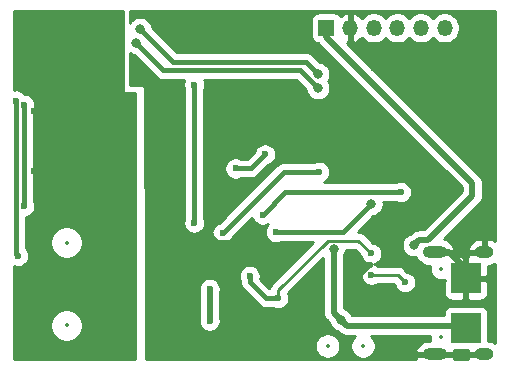
<source format=gbr>
%TF.GenerationSoftware,KiCad,Pcbnew,(5.1.8)-1*%
%TF.CreationDate,2021-11-13T22:26:41+08:00*%
%TF.ProjectId,wifiaudiorx,77696669-6175-4646-996f-72782e6b6963,rev?*%
%TF.SameCoordinates,Original*%
%TF.FileFunction,Copper,L2,Bot*%
%TF.FilePolarity,Positive*%
%FSLAX46Y46*%
G04 Gerber Fmt 4.6, Leading zero omitted, Abs format (unit mm)*
G04 Created by KiCad (PCBNEW (5.1.8)-1) date 2021-11-13 22:26:41*
%MOMM*%
%LPD*%
G01*
G04 APERTURE LIST*
%TA.AperFunction,ComponentPad*%
%ADD10O,1.350000X1.350000*%
%TD*%
%TA.AperFunction,ComponentPad*%
%ADD11R,1.350000X1.350000*%
%TD*%
%TA.AperFunction,ComponentPad*%
%ADD12O,2.100000X1.000000*%
%TD*%
%TA.AperFunction,ComponentPad*%
%ADD13O,1.600000X1.000000*%
%TD*%
%TA.AperFunction,SMDPad,CuDef*%
%ADD14R,2.500000X2.500000*%
%TD*%
%TA.AperFunction,ViaPad*%
%ADD15C,0.600000*%
%TD*%
%TA.AperFunction,ViaPad*%
%ADD16C,0.800000*%
%TD*%
%TA.AperFunction,Conductor*%
%ADD17C,0.500000*%
%TD*%
%TA.AperFunction,Conductor*%
%ADD18C,0.400000*%
%TD*%
%TA.AperFunction,Conductor*%
%ADD19C,0.250000*%
%TD*%
%TA.AperFunction,Conductor*%
%ADD20C,0.254000*%
%TD*%
%TA.AperFunction,Conductor*%
%ADD21C,0.350000*%
%TD*%
%ADD22C,0.300000*%
%ADD23C,0.350000*%
%ADD24O,1.700000X0.600000*%
%ADD25O,1.200000X0.600000*%
G04 APERTURE END LIST*
D10*
%TO.P,J8,6*%
%TO.N,TXD*%
X127100000Y-101300000D03*
%TO.P,J8,5*%
%TO.N,RXD*%
X125100000Y-101300000D03*
%TO.P,J8,4*%
%TO.N,IO0*%
X123100000Y-101300000D03*
%TO.P,J8,3*%
%TO.N,EN*%
X121100000Y-101300000D03*
%TO.P,J8,2*%
%TO.N,GND*%
X119100000Y-101300000D03*
D11*
%TO.P,J8,1*%
%TO.N,+5V*%
X117100000Y-101300000D03*
%TD*%
D12*
%TO.P,J6,S1*%
%TO.N,GND*%
X126270000Y-120280000D03*
X126270000Y-128920000D03*
D13*
X130450000Y-128920000D03*
X130450000Y-120280000D03*
%TD*%
D14*
%TO.P,J5,1*%
%TO.N,GND*%
X128900000Y-122500000D03*
%TD*%
%TO.P,J4,1*%
%TO.N,BAT*%
X128900000Y-126700000D03*
%TD*%
D15*
%TO.N,+3V3*%
X107200000Y-126100000D03*
X107200000Y-123400000D03*
X105899992Y-106100000D03*
X105899990Y-117800010D03*
%TO.N,OR*%
X91000000Y-120600000D03*
X90800007Y-107447087D03*
%TO.N,OL*%
X91500000Y-116400000D03*
X91516419Y-107803134D03*
%TO.N,Net-(J6-PadB5)*%
X123766171Y-122848864D03*
X120900000Y-122199988D03*
D16*
%TO.N,+5V*%
X124500000Y-119700000D03*
%TO.N,BAT*%
X118300000Y-126000000D03*
X117700004Y-120025010D03*
D15*
%TO.N,Net-(C4-Pad1)*%
X110599996Y-122300000D03*
X113000006Y-124200000D03*
X120894984Y-120395000D03*
%TO.N,IO0*%
X112800004Y-118600000D03*
D16*
X120900000Y-116200000D03*
%TO.N,Net-(R15-Pad2)*%
X101000000Y-102600000D03*
X116400000Y-106399992D03*
%TO.N,Net-(R16-Pad2)*%
X116400000Y-105200000D03*
X101300000Y-101400000D03*
D15*
%TO.N,ADC*%
X116500000Y-113500000D03*
X108300000Y-118674990D03*
%TO.N,DOUT*%
X109400000Y-113200000D03*
X111900000Y-112000000D03*
%TO.N,Net-(J7-Pad1)*%
X111700000Y-117100000D03*
X123400000Y-115200000D03*
%TO.N,GND*%
X121100000Y-104700000D03*
X120900000Y-123700000D03*
X120788388Y-121385999D03*
X110598744Y-126361759D03*
X103400000Y-127800002D03*
X107300000Y-118800000D03*
X111400000Y-119300002D03*
X105100000Y-100400000D03*
X108200000Y-103200000D03*
X102900000Y-109900000D03*
X104400000Y-114100000D03*
%TO.N,GNDA*%
X100100000Y-108600000D03*
X92300000Y-108300000D03*
X92300000Y-113400000D03*
%TD*%
D17*
%TO.N,+3V3*%
X107200000Y-126100000D02*
X107200000Y-123400000D01*
D18*
X105899992Y-106100000D02*
X105899992Y-117800008D01*
X105899992Y-117800008D02*
X105899990Y-117800010D01*
%TO.N,OR*%
X90800000Y-107447094D02*
X90800007Y-107447087D01*
X90800000Y-120400000D02*
X90800000Y-107447094D01*
X91000000Y-120600000D02*
X90800000Y-120400000D01*
%TO.N,OL*%
X91500000Y-116400000D02*
X91500000Y-107819553D01*
X91500000Y-107819553D02*
X91516419Y-107803134D01*
D19*
%TO.N,Net-(J6-PadB5)*%
X123117295Y-122199988D02*
X120900000Y-122199988D01*
X123766171Y-122848864D02*
X123117295Y-122199988D01*
D17*
%TO.N,+5V*%
X124949990Y-119250010D02*
X124500000Y-119700000D01*
X125707992Y-119250010D02*
X124949990Y-119250010D01*
X129450001Y-115508001D02*
X125707992Y-119250010D01*
X129450001Y-114439999D02*
X129450001Y-115508001D01*
X117100000Y-102089998D02*
X129450001Y-114439999D01*
X117100000Y-101300000D02*
X117100000Y-102089998D01*
%TO.N,BAT*%
X118800000Y-126500000D02*
X118300000Y-126000000D01*
X128700000Y-126500000D02*
X118800000Y-126500000D01*
X128900000Y-126700000D02*
X128700000Y-126500000D01*
X118300000Y-126000000D02*
X117700004Y-125400004D01*
X117700004Y-125400004D02*
X117700004Y-120025010D01*
D18*
%TO.N,Net-(C4-Pad1)*%
X112000000Y-124200000D02*
X113000006Y-124200000D01*
X110599996Y-122799996D02*
X112000000Y-124200000D01*
X110599996Y-122300000D02*
X110599996Y-122799996D01*
D19*
X119799984Y-119300000D02*
X120894984Y-120395000D01*
X117200000Y-119300000D02*
X119799984Y-119300000D01*
X113000006Y-123499994D02*
X117200000Y-119300000D01*
X113000006Y-124200000D02*
X113000006Y-123499994D01*
D18*
%TO.N,IO0*%
X112800004Y-118600000D02*
X118500000Y-118600000D01*
X118500000Y-118600000D02*
X120900000Y-116200000D01*
%TO.N,Net-(R15-Pad2)*%
X114900008Y-104900000D02*
X116400000Y-106399992D01*
X103300000Y-104900000D02*
X114900008Y-104900000D01*
X101000000Y-102600000D02*
X103300000Y-104900000D01*
%TO.N,Net-(R16-Pad2)*%
X104100000Y-104200000D02*
X101300000Y-101400000D01*
X115400000Y-104200000D02*
X104100000Y-104200000D01*
X116400000Y-105200000D02*
X115400000Y-104200000D01*
%TO.N,ADC*%
X113474990Y-113500000D02*
X108300000Y-118674990D01*
X116500000Y-113500000D02*
X113474990Y-113500000D01*
%TO.N,DOUT*%
X110700000Y-113200000D02*
X111900000Y-112000000D01*
X109400000Y-113200000D02*
X110700000Y-113200000D01*
%TO.N,Net-(J7-Pad1)*%
X111700000Y-117100000D02*
X113600000Y-115200000D01*
X113600000Y-115200000D02*
X123400000Y-115200000D01*
D17*
%TO.N,GND*%
X128900000Y-121700000D02*
X128900000Y-122500000D01*
X127480000Y-120280000D02*
X128900000Y-121700000D01*
X126270000Y-120280000D02*
X127480000Y-120280000D01*
D19*
X119999995Y-122174392D02*
X120788388Y-121385999D01*
X120900000Y-123700000D02*
X119999995Y-122799995D01*
X119999995Y-122799995D02*
X119999995Y-122174392D01*
X109160501Y-127800002D02*
X103400000Y-127800002D01*
X110598744Y-126361759D02*
X109160501Y-127800002D01*
X107800000Y-119300000D02*
X111399998Y-119300000D01*
X111399998Y-119300000D02*
X111400000Y-119300002D01*
X107300000Y-118800000D02*
X107800000Y-119300000D01*
%TD*%
D20*
%TO.N,GNDA*%
X99873000Y-106700000D02*
X99875440Y-106724776D01*
X99882667Y-106748601D01*
X99894403Y-106770557D01*
X99910197Y-106789803D01*
X99929443Y-106805597D01*
X99951399Y-106817333D01*
X99975224Y-106824560D01*
X100000000Y-106827000D01*
X100873000Y-106827000D01*
X100873000Y-129340000D01*
X90660000Y-129340000D01*
X90660000Y-126338589D01*
X93715000Y-126338589D01*
X93715000Y-126611411D01*
X93768225Y-126878989D01*
X93872629Y-127131043D01*
X94024201Y-127357886D01*
X94217114Y-127550799D01*
X94443957Y-127702371D01*
X94696011Y-127806775D01*
X94963589Y-127860000D01*
X95236411Y-127860000D01*
X95503989Y-127806775D01*
X95756043Y-127702371D01*
X95982886Y-127550799D01*
X96175799Y-127357886D01*
X96327371Y-127131043D01*
X96431775Y-126878989D01*
X96485000Y-126611411D01*
X96485000Y-126338589D01*
X96431775Y-126071011D01*
X96327371Y-125818957D01*
X96175799Y-125592114D01*
X95982886Y-125399201D01*
X95756043Y-125247629D01*
X95503989Y-125143225D01*
X95236411Y-125090000D01*
X94963589Y-125090000D01*
X94696011Y-125143225D01*
X94443957Y-125247629D01*
X94217114Y-125399201D01*
X94024201Y-125592114D01*
X93872629Y-125818957D01*
X93768225Y-126071011D01*
X93715000Y-126338589D01*
X90660000Y-126338589D01*
X90660000Y-121471204D01*
X90727271Y-121499068D01*
X90907911Y-121535000D01*
X91092089Y-121535000D01*
X91272729Y-121499068D01*
X91442889Y-121428586D01*
X91596028Y-121326262D01*
X91726262Y-121196028D01*
X91828586Y-121042889D01*
X91899068Y-120872729D01*
X91935000Y-120692089D01*
X91935000Y-120507911D01*
X91899068Y-120327271D01*
X91828586Y-120157111D01*
X91726262Y-120003972D01*
X91635000Y-119912710D01*
X91635000Y-119338589D01*
X93715000Y-119338589D01*
X93715000Y-119611411D01*
X93768225Y-119878989D01*
X93872629Y-120131043D01*
X94024201Y-120357886D01*
X94217114Y-120550799D01*
X94443957Y-120702371D01*
X94696011Y-120806775D01*
X94963589Y-120860000D01*
X95236411Y-120860000D01*
X95503989Y-120806775D01*
X95756043Y-120702371D01*
X95982886Y-120550799D01*
X96175799Y-120357886D01*
X96327371Y-120131043D01*
X96431775Y-119878989D01*
X96485000Y-119611411D01*
X96485000Y-119338589D01*
X96431775Y-119071011D01*
X96327371Y-118818957D01*
X96175799Y-118592114D01*
X95982886Y-118399201D01*
X95756043Y-118247629D01*
X95503989Y-118143225D01*
X95236411Y-118090000D01*
X94963589Y-118090000D01*
X94696011Y-118143225D01*
X94443957Y-118247629D01*
X94217114Y-118399201D01*
X94024201Y-118592114D01*
X93872629Y-118818957D01*
X93768225Y-119071011D01*
X93715000Y-119338589D01*
X91635000Y-119338589D01*
X91635000Y-117326464D01*
X91772729Y-117299068D01*
X91942889Y-117228586D01*
X92096028Y-117126262D01*
X92226262Y-116996028D01*
X92328586Y-116842889D01*
X92399068Y-116672729D01*
X92435000Y-116492089D01*
X92435000Y-116307911D01*
X92399068Y-116127271D01*
X92335000Y-115972596D01*
X92335000Y-108260997D01*
X92345005Y-108246023D01*
X92415487Y-108075863D01*
X92451419Y-107895223D01*
X92451419Y-107711045D01*
X92415487Y-107530405D01*
X92345005Y-107360245D01*
X92242681Y-107207106D01*
X92112447Y-107076872D01*
X91959308Y-106974548D01*
X91789148Y-106904066D01*
X91608508Y-106868134D01*
X91537678Y-106868134D01*
X91526269Y-106851059D01*
X91396035Y-106720825D01*
X91242896Y-106618501D01*
X91072736Y-106548019D01*
X90892096Y-106512087D01*
X90707918Y-106512087D01*
X90660000Y-106521619D01*
X90660000Y-99860000D01*
X99873000Y-99860000D01*
X99873000Y-106700000D01*
%TA.AperFunction,Conductor*%
D21*
G36*
X99873000Y-106700000D02*
G01*
X99875440Y-106724776D01*
X99882667Y-106748601D01*
X99894403Y-106770557D01*
X99910197Y-106789803D01*
X99929443Y-106805597D01*
X99951399Y-106817333D01*
X99975224Y-106824560D01*
X100000000Y-106827000D01*
X100873000Y-106827000D01*
X100873000Y-129340000D01*
X90660000Y-129340000D01*
X90660000Y-126338589D01*
X93715000Y-126338589D01*
X93715000Y-126611411D01*
X93768225Y-126878989D01*
X93872629Y-127131043D01*
X94024201Y-127357886D01*
X94217114Y-127550799D01*
X94443957Y-127702371D01*
X94696011Y-127806775D01*
X94963589Y-127860000D01*
X95236411Y-127860000D01*
X95503989Y-127806775D01*
X95756043Y-127702371D01*
X95982886Y-127550799D01*
X96175799Y-127357886D01*
X96327371Y-127131043D01*
X96431775Y-126878989D01*
X96485000Y-126611411D01*
X96485000Y-126338589D01*
X96431775Y-126071011D01*
X96327371Y-125818957D01*
X96175799Y-125592114D01*
X95982886Y-125399201D01*
X95756043Y-125247629D01*
X95503989Y-125143225D01*
X95236411Y-125090000D01*
X94963589Y-125090000D01*
X94696011Y-125143225D01*
X94443957Y-125247629D01*
X94217114Y-125399201D01*
X94024201Y-125592114D01*
X93872629Y-125818957D01*
X93768225Y-126071011D01*
X93715000Y-126338589D01*
X90660000Y-126338589D01*
X90660000Y-121471204D01*
X90727271Y-121499068D01*
X90907911Y-121535000D01*
X91092089Y-121535000D01*
X91272729Y-121499068D01*
X91442889Y-121428586D01*
X91596028Y-121326262D01*
X91726262Y-121196028D01*
X91828586Y-121042889D01*
X91899068Y-120872729D01*
X91935000Y-120692089D01*
X91935000Y-120507911D01*
X91899068Y-120327271D01*
X91828586Y-120157111D01*
X91726262Y-120003972D01*
X91635000Y-119912710D01*
X91635000Y-119338589D01*
X93715000Y-119338589D01*
X93715000Y-119611411D01*
X93768225Y-119878989D01*
X93872629Y-120131043D01*
X94024201Y-120357886D01*
X94217114Y-120550799D01*
X94443957Y-120702371D01*
X94696011Y-120806775D01*
X94963589Y-120860000D01*
X95236411Y-120860000D01*
X95503989Y-120806775D01*
X95756043Y-120702371D01*
X95982886Y-120550799D01*
X96175799Y-120357886D01*
X96327371Y-120131043D01*
X96431775Y-119878989D01*
X96485000Y-119611411D01*
X96485000Y-119338589D01*
X96431775Y-119071011D01*
X96327371Y-118818957D01*
X96175799Y-118592114D01*
X95982886Y-118399201D01*
X95756043Y-118247629D01*
X95503989Y-118143225D01*
X95236411Y-118090000D01*
X94963589Y-118090000D01*
X94696011Y-118143225D01*
X94443957Y-118247629D01*
X94217114Y-118399201D01*
X94024201Y-118592114D01*
X93872629Y-118818957D01*
X93768225Y-119071011D01*
X93715000Y-119338589D01*
X91635000Y-119338589D01*
X91635000Y-117326464D01*
X91772729Y-117299068D01*
X91942889Y-117228586D01*
X92096028Y-117126262D01*
X92226262Y-116996028D01*
X92328586Y-116842889D01*
X92399068Y-116672729D01*
X92435000Y-116492089D01*
X92435000Y-116307911D01*
X92399068Y-116127271D01*
X92335000Y-115972596D01*
X92335000Y-108260997D01*
X92345005Y-108246023D01*
X92415487Y-108075863D01*
X92451419Y-107895223D01*
X92451419Y-107711045D01*
X92415487Y-107530405D01*
X92345005Y-107360245D01*
X92242681Y-107207106D01*
X92112447Y-107076872D01*
X91959308Y-106974548D01*
X91789148Y-106904066D01*
X91608508Y-106868134D01*
X91537678Y-106868134D01*
X91526269Y-106851059D01*
X91396035Y-106720825D01*
X91242896Y-106618501D01*
X91072736Y-106548019D01*
X90892096Y-106512087D01*
X90707918Y-106512087D01*
X90660000Y-106521619D01*
X90660000Y-99860000D01*
X99873000Y-99860000D01*
X99873000Y-106700000D01*
G37*
%TD.AperFunction*%
%TD*%
D20*
%TO.N,GND*%
X131340001Y-119306345D02*
X131301678Y-119279997D01*
X131095987Y-119191585D01*
X130877000Y-119145000D01*
X130577000Y-119145000D01*
X130577000Y-120153000D01*
X130597000Y-120153000D01*
X130597000Y-120407000D01*
X130577000Y-120407000D01*
X130577000Y-120427000D01*
X130323000Y-120427000D01*
X130323000Y-120407000D01*
X129182046Y-120407000D01*
X129055881Y-120581874D01*
X129098839Y-120701911D01*
X129027000Y-120773750D01*
X129027000Y-122373000D01*
X130626250Y-122373000D01*
X130785000Y-122214250D01*
X130787546Y-121415000D01*
X130877000Y-121415000D01*
X131095987Y-121368415D01*
X131301678Y-121280003D01*
X131340001Y-121253655D01*
X131340001Y-127946345D01*
X131301678Y-127919997D01*
X131095987Y-127831585D01*
X130877000Y-127785000D01*
X130788072Y-127785000D01*
X130788072Y-125450000D01*
X130775812Y-125325518D01*
X130739502Y-125205820D01*
X130680537Y-125095506D01*
X130601185Y-124998815D01*
X130504494Y-124919463D01*
X130394180Y-124860498D01*
X130274482Y-124824188D01*
X130150000Y-124811928D01*
X127650000Y-124811928D01*
X127525518Y-124824188D01*
X127405820Y-124860498D01*
X127295506Y-124919463D01*
X127198815Y-124998815D01*
X127119463Y-125095506D01*
X127060498Y-125205820D01*
X127024188Y-125325518D01*
X127011928Y-125450000D01*
X127011928Y-125615000D01*
X119260804Y-125615000D01*
X119217205Y-125509744D01*
X119103937Y-125340226D01*
X118959774Y-125196063D01*
X118790256Y-125082795D01*
X118601898Y-125004774D01*
X118585004Y-125001414D01*
X118585004Y-120563464D01*
X118617209Y-120515266D01*
X118695230Y-120326908D01*
X118735004Y-120126949D01*
X118735004Y-120060000D01*
X119485183Y-120060000D01*
X119971831Y-120546649D01*
X119995916Y-120667729D01*
X120066398Y-120837889D01*
X120168722Y-120991028D01*
X120298956Y-121121262D01*
X120452095Y-121223586D01*
X120622255Y-121294068D01*
X120641986Y-121297993D01*
X120627271Y-121300920D01*
X120457111Y-121371402D01*
X120303972Y-121473726D01*
X120173738Y-121603960D01*
X120071414Y-121757099D01*
X120000932Y-121927259D01*
X119965000Y-122107899D01*
X119965000Y-122292077D01*
X120000932Y-122472717D01*
X120071414Y-122642877D01*
X120173738Y-122796016D01*
X120303972Y-122926250D01*
X120457111Y-123028574D01*
X120627271Y-123099056D01*
X120807911Y-123134988D01*
X120992089Y-123134988D01*
X121172729Y-123099056D01*
X121342889Y-123028574D01*
X121445535Y-122959988D01*
X122802494Y-122959988D01*
X122843018Y-123000513D01*
X122867103Y-123121593D01*
X122937585Y-123291753D01*
X123039909Y-123444892D01*
X123170143Y-123575126D01*
X123323282Y-123677450D01*
X123493442Y-123747932D01*
X123674082Y-123783864D01*
X123858260Y-123783864D01*
X124038900Y-123747932D01*
X124209060Y-123677450D01*
X124362199Y-123575126D01*
X124492433Y-123444892D01*
X124594757Y-123291753D01*
X124665239Y-123121593D01*
X124701171Y-122940953D01*
X124701171Y-122756775D01*
X124665239Y-122576135D01*
X124594757Y-122405975D01*
X124492433Y-122252836D01*
X124362199Y-122122602D01*
X124209060Y-122020278D01*
X124038900Y-121949796D01*
X123917820Y-121925711D01*
X123681098Y-121688990D01*
X123657296Y-121659987D01*
X123541571Y-121565014D01*
X123409542Y-121494442D01*
X123266281Y-121450985D01*
X123154628Y-121439988D01*
X123154617Y-121439988D01*
X123117295Y-121436312D01*
X123079973Y-121439988D01*
X121445535Y-121439988D01*
X121342889Y-121371402D01*
X121172729Y-121300920D01*
X121152998Y-121296995D01*
X121167713Y-121294068D01*
X121337873Y-121223586D01*
X121491012Y-121121262D01*
X121621246Y-120991028D01*
X121723570Y-120837889D01*
X121794052Y-120667729D01*
X121829984Y-120487089D01*
X121829984Y-120302911D01*
X121794052Y-120122271D01*
X121723570Y-119952111D01*
X121621246Y-119798972D01*
X121491012Y-119668738D01*
X121337873Y-119566414D01*
X121167713Y-119495932D01*
X121046633Y-119471847D01*
X120363788Y-118789002D01*
X120339985Y-118759999D01*
X120224260Y-118665026D01*
X120092231Y-118594454D01*
X119948970Y-118550997D01*
X119837317Y-118540000D01*
X119837306Y-118540000D01*
X119799984Y-118536324D01*
X119762662Y-118540000D01*
X119740868Y-118540000D01*
X121056776Y-117224092D01*
X121201898Y-117195226D01*
X121390256Y-117117205D01*
X121559774Y-117003937D01*
X121703937Y-116859774D01*
X121817205Y-116690256D01*
X121895226Y-116501898D01*
X121935000Y-116301939D01*
X121935000Y-116098061D01*
X121922456Y-116035000D01*
X122972596Y-116035000D01*
X123127271Y-116099068D01*
X123307911Y-116135000D01*
X123492089Y-116135000D01*
X123672729Y-116099068D01*
X123842889Y-116028586D01*
X123996028Y-115926262D01*
X124126262Y-115796028D01*
X124228586Y-115642889D01*
X124299068Y-115472729D01*
X124335000Y-115292089D01*
X124335000Y-115107911D01*
X124299068Y-114927271D01*
X124228586Y-114757111D01*
X124126262Y-114603972D01*
X123996028Y-114473738D01*
X123842889Y-114371414D01*
X123672729Y-114300932D01*
X123492089Y-114265000D01*
X123307911Y-114265000D01*
X123127271Y-114300932D01*
X122972596Y-114365000D01*
X116854977Y-114365000D01*
X116942889Y-114328586D01*
X117096028Y-114226262D01*
X117226262Y-114096028D01*
X117328586Y-113942889D01*
X117399068Y-113772729D01*
X117435000Y-113592089D01*
X117435000Y-113407911D01*
X117399068Y-113227271D01*
X117328586Y-113057111D01*
X117226262Y-112903972D01*
X117096028Y-112773738D01*
X116942889Y-112671414D01*
X116772729Y-112600932D01*
X116592089Y-112565000D01*
X116407911Y-112565000D01*
X116227271Y-112600932D01*
X116072596Y-112665000D01*
X113516008Y-112665000D01*
X113474989Y-112660960D01*
X113433971Y-112665000D01*
X113311301Y-112677082D01*
X113153903Y-112724828D01*
X113008844Y-112802364D01*
X112881699Y-112906709D01*
X112855549Y-112938573D01*
X108011788Y-117782335D01*
X107857111Y-117846404D01*
X107703972Y-117948728D01*
X107573738Y-118078962D01*
X107471414Y-118232101D01*
X107400932Y-118402261D01*
X107365000Y-118582901D01*
X107365000Y-118767079D01*
X107400932Y-118947719D01*
X107471414Y-119117879D01*
X107573738Y-119271018D01*
X107703972Y-119401252D01*
X107857111Y-119503576D01*
X108027271Y-119574058D01*
X108207911Y-119609990D01*
X108392089Y-119609990D01*
X108572729Y-119574058D01*
X108742889Y-119503576D01*
X108896028Y-119401252D01*
X109026262Y-119271018D01*
X109128586Y-119117879D01*
X109192655Y-118963202D01*
X110797978Y-117357879D01*
X110800932Y-117372729D01*
X110871414Y-117542889D01*
X110973738Y-117696028D01*
X111103972Y-117826262D01*
X111257111Y-117928586D01*
X111427271Y-117999068D01*
X111607911Y-118035000D01*
X111792089Y-118035000D01*
X111972729Y-117999068D01*
X112142889Y-117928586D01*
X112161691Y-117916023D01*
X112073742Y-118003972D01*
X111971418Y-118157111D01*
X111900936Y-118327271D01*
X111865004Y-118507911D01*
X111865004Y-118692089D01*
X111900936Y-118872729D01*
X111971418Y-119042889D01*
X112073742Y-119196028D01*
X112203976Y-119326262D01*
X112357115Y-119428586D01*
X112527275Y-119499068D01*
X112707915Y-119535000D01*
X112892093Y-119535000D01*
X113072733Y-119499068D01*
X113227408Y-119435000D01*
X115990197Y-119435000D01*
X112489004Y-122936195D01*
X112460006Y-122959993D01*
X112436208Y-122988991D01*
X112436207Y-122988992D01*
X112365032Y-123075718D01*
X112294460Y-123207748D01*
X112288769Y-123226510D01*
X112269826Y-123288957D01*
X111508112Y-122527244D01*
X111534996Y-122392089D01*
X111534996Y-122207911D01*
X111499064Y-122027271D01*
X111428582Y-121857111D01*
X111326258Y-121703972D01*
X111196024Y-121573738D01*
X111042885Y-121471414D01*
X110872725Y-121400932D01*
X110692085Y-121365000D01*
X110507907Y-121365000D01*
X110327267Y-121400932D01*
X110157107Y-121471414D01*
X110003968Y-121573738D01*
X109873734Y-121703972D01*
X109771410Y-121857111D01*
X109700928Y-122027271D01*
X109664996Y-122207911D01*
X109664996Y-122392089D01*
X109700928Y-122572729D01*
X109764996Y-122727404D01*
X109764996Y-122758978D01*
X109760956Y-122799996D01*
X109764996Y-122841014D01*
X109764996Y-122841015D01*
X109777078Y-122963685D01*
X109824824Y-123121083D01*
X109825097Y-123121593D01*
X109901751Y-123265000D01*
X109902361Y-123266142D01*
X110006706Y-123393287D01*
X110038570Y-123419437D01*
X111380563Y-124761432D01*
X111406709Y-124793291D01*
X111533854Y-124897636D01*
X111678913Y-124975172D01*
X111836311Y-125022918D01*
X111958981Y-125035000D01*
X111958982Y-125035000D01*
X112000000Y-125039040D01*
X112041018Y-125035000D01*
X112572602Y-125035000D01*
X112727277Y-125099068D01*
X112907917Y-125135000D01*
X113092095Y-125135000D01*
X113272735Y-125099068D01*
X113442895Y-125028586D01*
X113596034Y-124926262D01*
X113726268Y-124796028D01*
X113828592Y-124642889D01*
X113899074Y-124472729D01*
X113935006Y-124292089D01*
X113935006Y-124107911D01*
X113899074Y-123927271D01*
X113828592Y-123757111D01*
X113824225Y-123750576D01*
X116815005Y-120759798D01*
X116815004Y-125356535D01*
X116810723Y-125400004D01*
X116815004Y-125443473D01*
X116815004Y-125443480D01*
X116826216Y-125557318D01*
X116827809Y-125573494D01*
X116840400Y-125615000D01*
X116878415Y-125740316D01*
X116960593Y-125894062D01*
X117071187Y-126028821D01*
X117104960Y-126056538D01*
X117293465Y-126245043D01*
X117304774Y-126301898D01*
X117382795Y-126490256D01*
X117496063Y-126659774D01*
X117640226Y-126803937D01*
X117809744Y-126917205D01*
X117998102Y-126995226D01*
X118054957Y-127006535D01*
X118143466Y-127095044D01*
X118171183Y-127128817D01*
X118305941Y-127239411D01*
X118459687Y-127321589D01*
X118626510Y-127372195D01*
X118756523Y-127385000D01*
X118756531Y-127385000D01*
X118800000Y-127389281D01*
X118843469Y-127385000D01*
X119511683Y-127385000D01*
X119508353Y-127387225D01*
X119357225Y-127538353D01*
X119238485Y-127716060D01*
X119156696Y-127913517D01*
X119115000Y-128123137D01*
X119115000Y-128336863D01*
X119156696Y-128546483D01*
X119238485Y-128743940D01*
X119357225Y-128921647D01*
X119508353Y-129072775D01*
X119686060Y-129191515D01*
X119883517Y-129273304D01*
X120093137Y-129315000D01*
X120306863Y-129315000D01*
X120516483Y-129273304D01*
X120713940Y-129191515D01*
X120891647Y-129072775D01*
X121042775Y-128921647D01*
X121161515Y-128743940D01*
X121243304Y-128546483D01*
X121285000Y-128336863D01*
X121285000Y-128123137D01*
X121243304Y-127913517D01*
X121161515Y-127716060D01*
X121042775Y-127538353D01*
X120891647Y-127387225D01*
X120888317Y-127385000D01*
X125842078Y-127385000D01*
X125840000Y-127395448D01*
X125840000Y-127584552D01*
X125876892Y-127770022D01*
X125883096Y-127785000D01*
X125593000Y-127785000D01*
X125374013Y-127831585D01*
X125168322Y-127919997D01*
X124983831Y-128046839D01*
X124827631Y-128207236D01*
X124705724Y-128395024D01*
X124625881Y-128618126D01*
X124752046Y-128793000D01*
X126143000Y-128793000D01*
X126143000Y-128773000D01*
X126397000Y-128773000D01*
X126397000Y-128793000D01*
X127787954Y-128793000D01*
X127914119Y-128618126D01*
X127903363Y-128588072D01*
X129066637Y-128588072D01*
X129055881Y-128618126D01*
X129182046Y-128793000D01*
X130323000Y-128793000D01*
X130323000Y-128773000D01*
X130577000Y-128773000D01*
X130577000Y-128793000D01*
X130597000Y-128793000D01*
X130597000Y-129047000D01*
X130577000Y-129047000D01*
X130577000Y-129067000D01*
X130323000Y-129067000D01*
X130323000Y-129047000D01*
X129182046Y-129047000D01*
X129055881Y-129221874D01*
X129098156Y-129340000D01*
X127871844Y-129340000D01*
X127914119Y-129221874D01*
X127787954Y-129047000D01*
X126397000Y-129047000D01*
X126397000Y-129067000D01*
X126143000Y-129067000D01*
X126143000Y-129047000D01*
X124752046Y-129047000D01*
X124625881Y-129221874D01*
X124668156Y-129340000D01*
X101824216Y-129340000D01*
X101819082Y-128123137D01*
X116115000Y-128123137D01*
X116115000Y-128336863D01*
X116156696Y-128546483D01*
X116238485Y-128743940D01*
X116357225Y-128921647D01*
X116508353Y-129072775D01*
X116686060Y-129191515D01*
X116883517Y-129273304D01*
X117093137Y-129315000D01*
X117306863Y-129315000D01*
X117516483Y-129273304D01*
X117713940Y-129191515D01*
X117891647Y-129072775D01*
X118042775Y-128921647D01*
X118161515Y-128743940D01*
X118243304Y-128546483D01*
X118285000Y-128336863D01*
X118285000Y-128123137D01*
X118243304Y-127913517D01*
X118161515Y-127716060D01*
X118042775Y-127538353D01*
X117891647Y-127387225D01*
X117713940Y-127268485D01*
X117516483Y-127186696D01*
X117306863Y-127145000D01*
X117093137Y-127145000D01*
X116883517Y-127186696D01*
X116686060Y-127268485D01*
X116508353Y-127387225D01*
X116357225Y-127538353D01*
X116238485Y-127716060D01*
X116156696Y-127913517D01*
X116115000Y-128123137D01*
X101819082Y-128123137D01*
X101798765Y-123307911D01*
X106265000Y-123307911D01*
X106265000Y-123492089D01*
X106300932Y-123672729D01*
X106315001Y-123706695D01*
X106315000Y-125793307D01*
X106300932Y-125827271D01*
X106265000Y-126007911D01*
X106265000Y-126192089D01*
X106300932Y-126372729D01*
X106371414Y-126542889D01*
X106473738Y-126696028D01*
X106603972Y-126826262D01*
X106757111Y-126928586D01*
X106927271Y-126999068D01*
X107107911Y-127035000D01*
X107292089Y-127035000D01*
X107472729Y-126999068D01*
X107642889Y-126928586D01*
X107796028Y-126826262D01*
X107926262Y-126696028D01*
X108028586Y-126542889D01*
X108099068Y-126372729D01*
X108135000Y-126192089D01*
X108135000Y-126007911D01*
X108099068Y-125827271D01*
X108085000Y-125793308D01*
X108085000Y-123706692D01*
X108099068Y-123672729D01*
X108135000Y-123492089D01*
X108135000Y-123307911D01*
X108099068Y-123127271D01*
X108028586Y-122957111D01*
X107926262Y-122803972D01*
X107796028Y-122673738D01*
X107642889Y-122571414D01*
X107472729Y-122500932D01*
X107292089Y-122465000D01*
X107107911Y-122465000D01*
X106927271Y-122500932D01*
X106757111Y-122571414D01*
X106603972Y-122673738D01*
X106473738Y-122803972D01*
X106371414Y-122957111D01*
X106300932Y-123127271D01*
X106265000Y-123307911D01*
X101798765Y-123307911D01*
X101726999Y-106299464D01*
X101724454Y-106274698D01*
X101717127Y-106250905D01*
X101705298Y-106228998D01*
X101689423Y-106209819D01*
X101670111Y-106194107D01*
X101648105Y-106182463D01*
X101624251Y-106175337D01*
X101600000Y-106173000D01*
X100427000Y-106173000D01*
X100427000Y-103461917D01*
X100509744Y-103517205D01*
X100698102Y-103595226D01*
X100843225Y-103624093D01*
X102680559Y-105461427D01*
X102706709Y-105493291D01*
X102831928Y-105596055D01*
X102833854Y-105597636D01*
X102978913Y-105675172D01*
X103136311Y-105722918D01*
X103299999Y-105739040D01*
X103341018Y-105735000D01*
X105039144Y-105735000D01*
X105000924Y-105827271D01*
X104964992Y-106007911D01*
X104964992Y-106192089D01*
X105000924Y-106372729D01*
X105064992Y-106527404D01*
X105064993Y-117372599D01*
X105000922Y-117527281D01*
X104964990Y-117707921D01*
X104964990Y-117892099D01*
X105000922Y-118072739D01*
X105071404Y-118242899D01*
X105173728Y-118396038D01*
X105303962Y-118526272D01*
X105457101Y-118628596D01*
X105627261Y-118699078D01*
X105807901Y-118735010D01*
X105992079Y-118735010D01*
X106172719Y-118699078D01*
X106342879Y-118628596D01*
X106496018Y-118526272D01*
X106626252Y-118396038D01*
X106728576Y-118242899D01*
X106799058Y-118072739D01*
X106834990Y-117892099D01*
X106834990Y-117707921D01*
X106799058Y-117527281D01*
X106734992Y-117372611D01*
X106734992Y-113107911D01*
X108465000Y-113107911D01*
X108465000Y-113292089D01*
X108500932Y-113472729D01*
X108571414Y-113642889D01*
X108673738Y-113796028D01*
X108803972Y-113926262D01*
X108957111Y-114028586D01*
X109127271Y-114099068D01*
X109307911Y-114135000D01*
X109492089Y-114135000D01*
X109672729Y-114099068D01*
X109827404Y-114035000D01*
X110658982Y-114035000D01*
X110700000Y-114039040D01*
X110741018Y-114035000D01*
X110741019Y-114035000D01*
X110863689Y-114022918D01*
X111021087Y-113975172D01*
X111166146Y-113897636D01*
X111293291Y-113793291D01*
X111319446Y-113761421D01*
X112188214Y-112892654D01*
X112342889Y-112828586D01*
X112496028Y-112726262D01*
X112626262Y-112596028D01*
X112728586Y-112442889D01*
X112799068Y-112272729D01*
X112835000Y-112092089D01*
X112835000Y-111907911D01*
X112799068Y-111727271D01*
X112728586Y-111557111D01*
X112626262Y-111403972D01*
X112496028Y-111273738D01*
X112342889Y-111171414D01*
X112172729Y-111100932D01*
X111992089Y-111065000D01*
X111807911Y-111065000D01*
X111627271Y-111100932D01*
X111457111Y-111171414D01*
X111303972Y-111273738D01*
X111173738Y-111403972D01*
X111071414Y-111557111D01*
X111007346Y-111711786D01*
X110354133Y-112365000D01*
X109827404Y-112365000D01*
X109672729Y-112300932D01*
X109492089Y-112265000D01*
X109307911Y-112265000D01*
X109127271Y-112300932D01*
X108957111Y-112371414D01*
X108803972Y-112473738D01*
X108673738Y-112603972D01*
X108571414Y-112757111D01*
X108500932Y-112927271D01*
X108465000Y-113107911D01*
X106734992Y-113107911D01*
X106734992Y-106527404D01*
X106799060Y-106372729D01*
X106834992Y-106192089D01*
X106834992Y-106007911D01*
X106799060Y-105827271D01*
X106760840Y-105735000D01*
X114554141Y-105735000D01*
X115375908Y-106556767D01*
X115404774Y-106701890D01*
X115482795Y-106890248D01*
X115596063Y-107059766D01*
X115740226Y-107203929D01*
X115909744Y-107317197D01*
X116098102Y-107395218D01*
X116298061Y-107434992D01*
X116501939Y-107434992D01*
X116701898Y-107395218D01*
X116890256Y-107317197D01*
X117059774Y-107203929D01*
X117203937Y-107059766D01*
X117317205Y-106890248D01*
X117395226Y-106701890D01*
X117435000Y-106501931D01*
X117435000Y-106298053D01*
X117395226Y-106098094D01*
X117317205Y-105909736D01*
X117243879Y-105799996D01*
X117317205Y-105690256D01*
X117395226Y-105501898D01*
X117435000Y-105301939D01*
X117435000Y-105098061D01*
X117395226Y-104898102D01*
X117317205Y-104709744D01*
X117203937Y-104540226D01*
X117059774Y-104396063D01*
X116890256Y-104282795D01*
X116701898Y-104204774D01*
X116556776Y-104175908D01*
X116019445Y-103638578D01*
X115993291Y-103606709D01*
X115866146Y-103502364D01*
X115721087Y-103424828D01*
X115563689Y-103377082D01*
X115441019Y-103365000D01*
X115441018Y-103365000D01*
X115400000Y-103360960D01*
X115358982Y-103365000D01*
X104445868Y-103365000D01*
X102324093Y-101243225D01*
X102295226Y-101098102D01*
X102217205Y-100909744D01*
X102103937Y-100740226D01*
X101988711Y-100625000D01*
X115786928Y-100625000D01*
X115786928Y-101975000D01*
X115799188Y-102099482D01*
X115835498Y-102219180D01*
X115894463Y-102329494D01*
X115973815Y-102426185D01*
X116070506Y-102505537D01*
X116180820Y-102564502D01*
X116300518Y-102600812D01*
X116380832Y-102608722D01*
X116443468Y-102685044D01*
X116443471Y-102685047D01*
X116471184Y-102718815D01*
X116504952Y-102746528D01*
X128565001Y-114806578D01*
X128565002Y-115141421D01*
X125341414Y-118365010D01*
X124993459Y-118365010D01*
X124949990Y-118360729D01*
X124906521Y-118365010D01*
X124906513Y-118365010D01*
X124791296Y-118376358D01*
X124776499Y-118377815D01*
X124725893Y-118393167D01*
X124609677Y-118428421D01*
X124455931Y-118510599D01*
X124321173Y-118621193D01*
X124293458Y-118654964D01*
X124254957Y-118693465D01*
X124198102Y-118704774D01*
X124009744Y-118782795D01*
X123840226Y-118896063D01*
X123696063Y-119040226D01*
X123582795Y-119209744D01*
X123504774Y-119398102D01*
X123465000Y-119598061D01*
X123465000Y-119801939D01*
X123504774Y-120001898D01*
X123582795Y-120190256D01*
X123696063Y-120359774D01*
X123840226Y-120503937D01*
X124009744Y-120617205D01*
X124198102Y-120695226D01*
X124398061Y-120735000D01*
X124601939Y-120735000D01*
X124675448Y-120720378D01*
X124705724Y-120804976D01*
X124827631Y-120992764D01*
X124983831Y-121153161D01*
X125168322Y-121280003D01*
X125374013Y-121368415D01*
X125593000Y-121415000D01*
X125883096Y-121415000D01*
X125876892Y-121429978D01*
X125840000Y-121615448D01*
X125840000Y-121804552D01*
X125876892Y-121990022D01*
X125949259Y-122164731D01*
X126054319Y-122321964D01*
X126188036Y-122455681D01*
X126345269Y-122560741D01*
X126519978Y-122633108D01*
X126705448Y-122670000D01*
X126894552Y-122670000D01*
X127080022Y-122633108D01*
X127094763Y-122627002D01*
X127173748Y-122627002D01*
X127015000Y-122785750D01*
X127011928Y-123750000D01*
X127024188Y-123874482D01*
X127060498Y-123994180D01*
X127119463Y-124104494D01*
X127198815Y-124201185D01*
X127295506Y-124280537D01*
X127405820Y-124339502D01*
X127525518Y-124375812D01*
X127650000Y-124388072D01*
X128614250Y-124385000D01*
X128773000Y-124226250D01*
X128773000Y-122627000D01*
X129027000Y-122627000D01*
X129027000Y-124226250D01*
X129185750Y-124385000D01*
X130150000Y-124388072D01*
X130274482Y-124375812D01*
X130394180Y-124339502D01*
X130504494Y-124280537D01*
X130601185Y-124201185D01*
X130680537Y-124104494D01*
X130739502Y-123994180D01*
X130775812Y-123874482D01*
X130788072Y-123750000D01*
X130785000Y-122785750D01*
X130626250Y-122627000D01*
X129027000Y-122627000D01*
X128773000Y-122627000D01*
X128753000Y-122627000D01*
X128753000Y-122373000D01*
X128773000Y-122373000D01*
X128773000Y-120773750D01*
X128614250Y-120615000D01*
X127903075Y-120612734D01*
X127914119Y-120581874D01*
X127787954Y-120407000D01*
X126397000Y-120407000D01*
X126397000Y-120427000D01*
X126143000Y-120427000D01*
X126143000Y-120407000D01*
X126123000Y-120407000D01*
X126123000Y-120153000D01*
X126143000Y-120153000D01*
X126143000Y-120133000D01*
X126397000Y-120133000D01*
X126397000Y-120153000D01*
X127787954Y-120153000D01*
X127914119Y-119978126D01*
X129055881Y-119978126D01*
X129182046Y-120153000D01*
X130323000Y-120153000D01*
X130323000Y-119145000D01*
X130023000Y-119145000D01*
X129804013Y-119191585D01*
X129598322Y-119279997D01*
X129413831Y-119406839D01*
X129257631Y-119567236D01*
X129135724Y-119755024D01*
X129055881Y-119978126D01*
X127914119Y-119978126D01*
X127834276Y-119755024D01*
X127712369Y-119567236D01*
X127556169Y-119406839D01*
X127371678Y-119279997D01*
X127165987Y-119191585D01*
X127043955Y-119165625D01*
X130045050Y-116164531D01*
X130078818Y-116136818D01*
X130110626Y-116098061D01*
X130189412Y-116002060D01*
X130271589Y-115848315D01*
X130271590Y-115848314D01*
X130322196Y-115681491D01*
X130335001Y-115551478D01*
X130335001Y-115551470D01*
X130339282Y-115508001D01*
X130335001Y-115464532D01*
X130335001Y-114483468D01*
X130339282Y-114439999D01*
X130335001Y-114396530D01*
X130335001Y-114396522D01*
X130322196Y-114266509D01*
X130271590Y-114099686D01*
X130189412Y-113945940D01*
X130078818Y-113811182D01*
X130045052Y-113783471D01*
X118807153Y-102545573D01*
X118973000Y-102444224D01*
X118973000Y-101427000D01*
X118953000Y-101427000D01*
X118953000Y-101173000D01*
X118973000Y-101173000D01*
X118973000Y-100155776D01*
X119227000Y-100155776D01*
X119227000Y-101173000D01*
X119247000Y-101173000D01*
X119247000Y-101427000D01*
X119227000Y-101427000D01*
X119227000Y-102444224D01*
X119429400Y-102567910D01*
X119530528Y-102537238D01*
X119763629Y-102429473D01*
X119971227Y-102278303D01*
X120093319Y-102145940D01*
X120264923Y-102317544D01*
X120479482Y-102460907D01*
X120717887Y-102559658D01*
X120970976Y-102610000D01*
X121229024Y-102610000D01*
X121482113Y-102559658D01*
X121720518Y-102460907D01*
X121935077Y-102317544D01*
X122100000Y-102152621D01*
X122264923Y-102317544D01*
X122479482Y-102460907D01*
X122717887Y-102559658D01*
X122970976Y-102610000D01*
X123229024Y-102610000D01*
X123482113Y-102559658D01*
X123720518Y-102460907D01*
X123935077Y-102317544D01*
X124100000Y-102152621D01*
X124264923Y-102317544D01*
X124479482Y-102460907D01*
X124717887Y-102559658D01*
X124970976Y-102610000D01*
X125229024Y-102610000D01*
X125482113Y-102559658D01*
X125720518Y-102460907D01*
X125935077Y-102317544D01*
X126100000Y-102152621D01*
X126264923Y-102317544D01*
X126479482Y-102460907D01*
X126717887Y-102559658D01*
X126970976Y-102610000D01*
X127229024Y-102610000D01*
X127482113Y-102559658D01*
X127720518Y-102460907D01*
X127935077Y-102317544D01*
X128117544Y-102135077D01*
X128260907Y-101920518D01*
X128359658Y-101682113D01*
X128410000Y-101429024D01*
X128410000Y-101170976D01*
X128359658Y-100917887D01*
X128260907Y-100679482D01*
X128117544Y-100464923D01*
X127935077Y-100282456D01*
X127720518Y-100139093D01*
X127482113Y-100040342D01*
X127229024Y-99990000D01*
X126970976Y-99990000D01*
X126717887Y-100040342D01*
X126479482Y-100139093D01*
X126264923Y-100282456D01*
X126100000Y-100447379D01*
X125935077Y-100282456D01*
X125720518Y-100139093D01*
X125482113Y-100040342D01*
X125229024Y-99990000D01*
X124970976Y-99990000D01*
X124717887Y-100040342D01*
X124479482Y-100139093D01*
X124264923Y-100282456D01*
X124100000Y-100447379D01*
X123935077Y-100282456D01*
X123720518Y-100139093D01*
X123482113Y-100040342D01*
X123229024Y-99990000D01*
X122970976Y-99990000D01*
X122717887Y-100040342D01*
X122479482Y-100139093D01*
X122264923Y-100282456D01*
X122100000Y-100447379D01*
X121935077Y-100282456D01*
X121720518Y-100139093D01*
X121482113Y-100040342D01*
X121229024Y-99990000D01*
X120970976Y-99990000D01*
X120717887Y-100040342D01*
X120479482Y-100139093D01*
X120264923Y-100282456D01*
X120093319Y-100454060D01*
X119971227Y-100321697D01*
X119763629Y-100170527D01*
X119530528Y-100062762D01*
X119429400Y-100032090D01*
X119227000Y-100155776D01*
X118973000Y-100155776D01*
X118770600Y-100032090D01*
X118669472Y-100062762D01*
X118436371Y-100170527D01*
X118303119Y-100267559D01*
X118226185Y-100173815D01*
X118129494Y-100094463D01*
X118019180Y-100035498D01*
X117899482Y-99999188D01*
X117775000Y-99986928D01*
X116425000Y-99986928D01*
X116300518Y-99999188D01*
X116180820Y-100035498D01*
X116070506Y-100094463D01*
X115973815Y-100173815D01*
X115894463Y-100270506D01*
X115835498Y-100380820D01*
X115799188Y-100500518D01*
X115786928Y-100625000D01*
X101988711Y-100625000D01*
X101959774Y-100596063D01*
X101790256Y-100482795D01*
X101601898Y-100404774D01*
X101401939Y-100365000D01*
X101198061Y-100365000D01*
X100998102Y-100404774D01*
X100809744Y-100482795D01*
X100640226Y-100596063D01*
X100496063Y-100740226D01*
X100427000Y-100843586D01*
X100427000Y-99860000D01*
X131340000Y-99860000D01*
X131340001Y-119306345D01*
%TA.AperFunction,Conductor*%
D21*
G36*
X131340001Y-119306345D02*
G01*
X131301678Y-119279997D01*
X131095987Y-119191585D01*
X130877000Y-119145000D01*
X130577000Y-119145000D01*
X130577000Y-120153000D01*
X130597000Y-120153000D01*
X130597000Y-120407000D01*
X130577000Y-120407000D01*
X130577000Y-120427000D01*
X130323000Y-120427000D01*
X130323000Y-120407000D01*
X129182046Y-120407000D01*
X129055881Y-120581874D01*
X129098839Y-120701911D01*
X129027000Y-120773750D01*
X129027000Y-122373000D01*
X130626250Y-122373000D01*
X130785000Y-122214250D01*
X130787546Y-121415000D01*
X130877000Y-121415000D01*
X131095987Y-121368415D01*
X131301678Y-121280003D01*
X131340001Y-121253655D01*
X131340001Y-127946345D01*
X131301678Y-127919997D01*
X131095987Y-127831585D01*
X130877000Y-127785000D01*
X130788072Y-127785000D01*
X130788072Y-125450000D01*
X130775812Y-125325518D01*
X130739502Y-125205820D01*
X130680537Y-125095506D01*
X130601185Y-124998815D01*
X130504494Y-124919463D01*
X130394180Y-124860498D01*
X130274482Y-124824188D01*
X130150000Y-124811928D01*
X127650000Y-124811928D01*
X127525518Y-124824188D01*
X127405820Y-124860498D01*
X127295506Y-124919463D01*
X127198815Y-124998815D01*
X127119463Y-125095506D01*
X127060498Y-125205820D01*
X127024188Y-125325518D01*
X127011928Y-125450000D01*
X127011928Y-125615000D01*
X119260804Y-125615000D01*
X119217205Y-125509744D01*
X119103937Y-125340226D01*
X118959774Y-125196063D01*
X118790256Y-125082795D01*
X118601898Y-125004774D01*
X118585004Y-125001414D01*
X118585004Y-120563464D01*
X118617209Y-120515266D01*
X118695230Y-120326908D01*
X118735004Y-120126949D01*
X118735004Y-120060000D01*
X119485183Y-120060000D01*
X119971831Y-120546649D01*
X119995916Y-120667729D01*
X120066398Y-120837889D01*
X120168722Y-120991028D01*
X120298956Y-121121262D01*
X120452095Y-121223586D01*
X120622255Y-121294068D01*
X120641986Y-121297993D01*
X120627271Y-121300920D01*
X120457111Y-121371402D01*
X120303972Y-121473726D01*
X120173738Y-121603960D01*
X120071414Y-121757099D01*
X120000932Y-121927259D01*
X119965000Y-122107899D01*
X119965000Y-122292077D01*
X120000932Y-122472717D01*
X120071414Y-122642877D01*
X120173738Y-122796016D01*
X120303972Y-122926250D01*
X120457111Y-123028574D01*
X120627271Y-123099056D01*
X120807911Y-123134988D01*
X120992089Y-123134988D01*
X121172729Y-123099056D01*
X121342889Y-123028574D01*
X121445535Y-122959988D01*
X122802494Y-122959988D01*
X122843018Y-123000513D01*
X122867103Y-123121593D01*
X122937585Y-123291753D01*
X123039909Y-123444892D01*
X123170143Y-123575126D01*
X123323282Y-123677450D01*
X123493442Y-123747932D01*
X123674082Y-123783864D01*
X123858260Y-123783864D01*
X124038900Y-123747932D01*
X124209060Y-123677450D01*
X124362199Y-123575126D01*
X124492433Y-123444892D01*
X124594757Y-123291753D01*
X124665239Y-123121593D01*
X124701171Y-122940953D01*
X124701171Y-122756775D01*
X124665239Y-122576135D01*
X124594757Y-122405975D01*
X124492433Y-122252836D01*
X124362199Y-122122602D01*
X124209060Y-122020278D01*
X124038900Y-121949796D01*
X123917820Y-121925711D01*
X123681098Y-121688990D01*
X123657296Y-121659987D01*
X123541571Y-121565014D01*
X123409542Y-121494442D01*
X123266281Y-121450985D01*
X123154628Y-121439988D01*
X123154617Y-121439988D01*
X123117295Y-121436312D01*
X123079973Y-121439988D01*
X121445535Y-121439988D01*
X121342889Y-121371402D01*
X121172729Y-121300920D01*
X121152998Y-121296995D01*
X121167713Y-121294068D01*
X121337873Y-121223586D01*
X121491012Y-121121262D01*
X121621246Y-120991028D01*
X121723570Y-120837889D01*
X121794052Y-120667729D01*
X121829984Y-120487089D01*
X121829984Y-120302911D01*
X121794052Y-120122271D01*
X121723570Y-119952111D01*
X121621246Y-119798972D01*
X121491012Y-119668738D01*
X121337873Y-119566414D01*
X121167713Y-119495932D01*
X121046633Y-119471847D01*
X120363788Y-118789002D01*
X120339985Y-118759999D01*
X120224260Y-118665026D01*
X120092231Y-118594454D01*
X119948970Y-118550997D01*
X119837317Y-118540000D01*
X119837306Y-118540000D01*
X119799984Y-118536324D01*
X119762662Y-118540000D01*
X119740868Y-118540000D01*
X121056776Y-117224092D01*
X121201898Y-117195226D01*
X121390256Y-117117205D01*
X121559774Y-117003937D01*
X121703937Y-116859774D01*
X121817205Y-116690256D01*
X121895226Y-116501898D01*
X121935000Y-116301939D01*
X121935000Y-116098061D01*
X121922456Y-116035000D01*
X122972596Y-116035000D01*
X123127271Y-116099068D01*
X123307911Y-116135000D01*
X123492089Y-116135000D01*
X123672729Y-116099068D01*
X123842889Y-116028586D01*
X123996028Y-115926262D01*
X124126262Y-115796028D01*
X124228586Y-115642889D01*
X124299068Y-115472729D01*
X124335000Y-115292089D01*
X124335000Y-115107911D01*
X124299068Y-114927271D01*
X124228586Y-114757111D01*
X124126262Y-114603972D01*
X123996028Y-114473738D01*
X123842889Y-114371414D01*
X123672729Y-114300932D01*
X123492089Y-114265000D01*
X123307911Y-114265000D01*
X123127271Y-114300932D01*
X122972596Y-114365000D01*
X116854977Y-114365000D01*
X116942889Y-114328586D01*
X117096028Y-114226262D01*
X117226262Y-114096028D01*
X117328586Y-113942889D01*
X117399068Y-113772729D01*
X117435000Y-113592089D01*
X117435000Y-113407911D01*
X117399068Y-113227271D01*
X117328586Y-113057111D01*
X117226262Y-112903972D01*
X117096028Y-112773738D01*
X116942889Y-112671414D01*
X116772729Y-112600932D01*
X116592089Y-112565000D01*
X116407911Y-112565000D01*
X116227271Y-112600932D01*
X116072596Y-112665000D01*
X113516008Y-112665000D01*
X113474989Y-112660960D01*
X113433971Y-112665000D01*
X113311301Y-112677082D01*
X113153903Y-112724828D01*
X113008844Y-112802364D01*
X112881699Y-112906709D01*
X112855549Y-112938573D01*
X108011788Y-117782335D01*
X107857111Y-117846404D01*
X107703972Y-117948728D01*
X107573738Y-118078962D01*
X107471414Y-118232101D01*
X107400932Y-118402261D01*
X107365000Y-118582901D01*
X107365000Y-118767079D01*
X107400932Y-118947719D01*
X107471414Y-119117879D01*
X107573738Y-119271018D01*
X107703972Y-119401252D01*
X107857111Y-119503576D01*
X108027271Y-119574058D01*
X108207911Y-119609990D01*
X108392089Y-119609990D01*
X108572729Y-119574058D01*
X108742889Y-119503576D01*
X108896028Y-119401252D01*
X109026262Y-119271018D01*
X109128586Y-119117879D01*
X109192655Y-118963202D01*
X110797978Y-117357879D01*
X110800932Y-117372729D01*
X110871414Y-117542889D01*
X110973738Y-117696028D01*
X111103972Y-117826262D01*
X111257111Y-117928586D01*
X111427271Y-117999068D01*
X111607911Y-118035000D01*
X111792089Y-118035000D01*
X111972729Y-117999068D01*
X112142889Y-117928586D01*
X112161691Y-117916023D01*
X112073742Y-118003972D01*
X111971418Y-118157111D01*
X111900936Y-118327271D01*
X111865004Y-118507911D01*
X111865004Y-118692089D01*
X111900936Y-118872729D01*
X111971418Y-119042889D01*
X112073742Y-119196028D01*
X112203976Y-119326262D01*
X112357115Y-119428586D01*
X112527275Y-119499068D01*
X112707915Y-119535000D01*
X112892093Y-119535000D01*
X113072733Y-119499068D01*
X113227408Y-119435000D01*
X115990197Y-119435000D01*
X112489004Y-122936195D01*
X112460006Y-122959993D01*
X112436208Y-122988991D01*
X112436207Y-122988992D01*
X112365032Y-123075718D01*
X112294460Y-123207748D01*
X112288769Y-123226510D01*
X112269826Y-123288957D01*
X111508112Y-122527244D01*
X111534996Y-122392089D01*
X111534996Y-122207911D01*
X111499064Y-122027271D01*
X111428582Y-121857111D01*
X111326258Y-121703972D01*
X111196024Y-121573738D01*
X111042885Y-121471414D01*
X110872725Y-121400932D01*
X110692085Y-121365000D01*
X110507907Y-121365000D01*
X110327267Y-121400932D01*
X110157107Y-121471414D01*
X110003968Y-121573738D01*
X109873734Y-121703972D01*
X109771410Y-121857111D01*
X109700928Y-122027271D01*
X109664996Y-122207911D01*
X109664996Y-122392089D01*
X109700928Y-122572729D01*
X109764996Y-122727404D01*
X109764996Y-122758978D01*
X109760956Y-122799996D01*
X109764996Y-122841014D01*
X109764996Y-122841015D01*
X109777078Y-122963685D01*
X109824824Y-123121083D01*
X109825097Y-123121593D01*
X109901751Y-123265000D01*
X109902361Y-123266142D01*
X110006706Y-123393287D01*
X110038570Y-123419437D01*
X111380563Y-124761432D01*
X111406709Y-124793291D01*
X111533854Y-124897636D01*
X111678913Y-124975172D01*
X111836311Y-125022918D01*
X111958981Y-125035000D01*
X111958982Y-125035000D01*
X112000000Y-125039040D01*
X112041018Y-125035000D01*
X112572602Y-125035000D01*
X112727277Y-125099068D01*
X112907917Y-125135000D01*
X113092095Y-125135000D01*
X113272735Y-125099068D01*
X113442895Y-125028586D01*
X113596034Y-124926262D01*
X113726268Y-124796028D01*
X113828592Y-124642889D01*
X113899074Y-124472729D01*
X113935006Y-124292089D01*
X113935006Y-124107911D01*
X113899074Y-123927271D01*
X113828592Y-123757111D01*
X113824225Y-123750576D01*
X116815005Y-120759798D01*
X116815004Y-125356535D01*
X116810723Y-125400004D01*
X116815004Y-125443473D01*
X116815004Y-125443480D01*
X116826216Y-125557318D01*
X116827809Y-125573494D01*
X116840400Y-125615000D01*
X116878415Y-125740316D01*
X116960593Y-125894062D01*
X117071187Y-126028821D01*
X117104960Y-126056538D01*
X117293465Y-126245043D01*
X117304774Y-126301898D01*
X117382795Y-126490256D01*
X117496063Y-126659774D01*
X117640226Y-126803937D01*
X117809744Y-126917205D01*
X117998102Y-126995226D01*
X118054957Y-127006535D01*
X118143466Y-127095044D01*
X118171183Y-127128817D01*
X118305941Y-127239411D01*
X118459687Y-127321589D01*
X118626510Y-127372195D01*
X118756523Y-127385000D01*
X118756531Y-127385000D01*
X118800000Y-127389281D01*
X118843469Y-127385000D01*
X119511683Y-127385000D01*
X119508353Y-127387225D01*
X119357225Y-127538353D01*
X119238485Y-127716060D01*
X119156696Y-127913517D01*
X119115000Y-128123137D01*
X119115000Y-128336863D01*
X119156696Y-128546483D01*
X119238485Y-128743940D01*
X119357225Y-128921647D01*
X119508353Y-129072775D01*
X119686060Y-129191515D01*
X119883517Y-129273304D01*
X120093137Y-129315000D01*
X120306863Y-129315000D01*
X120516483Y-129273304D01*
X120713940Y-129191515D01*
X120891647Y-129072775D01*
X121042775Y-128921647D01*
X121161515Y-128743940D01*
X121243304Y-128546483D01*
X121285000Y-128336863D01*
X121285000Y-128123137D01*
X121243304Y-127913517D01*
X121161515Y-127716060D01*
X121042775Y-127538353D01*
X120891647Y-127387225D01*
X120888317Y-127385000D01*
X125842078Y-127385000D01*
X125840000Y-127395448D01*
X125840000Y-127584552D01*
X125876892Y-127770022D01*
X125883096Y-127785000D01*
X125593000Y-127785000D01*
X125374013Y-127831585D01*
X125168322Y-127919997D01*
X124983831Y-128046839D01*
X124827631Y-128207236D01*
X124705724Y-128395024D01*
X124625881Y-128618126D01*
X124752046Y-128793000D01*
X126143000Y-128793000D01*
X126143000Y-128773000D01*
X126397000Y-128773000D01*
X126397000Y-128793000D01*
X127787954Y-128793000D01*
X127914119Y-128618126D01*
X127903363Y-128588072D01*
X129066637Y-128588072D01*
X129055881Y-128618126D01*
X129182046Y-128793000D01*
X130323000Y-128793000D01*
X130323000Y-128773000D01*
X130577000Y-128773000D01*
X130577000Y-128793000D01*
X130597000Y-128793000D01*
X130597000Y-129047000D01*
X130577000Y-129047000D01*
X130577000Y-129067000D01*
X130323000Y-129067000D01*
X130323000Y-129047000D01*
X129182046Y-129047000D01*
X129055881Y-129221874D01*
X129098156Y-129340000D01*
X127871844Y-129340000D01*
X127914119Y-129221874D01*
X127787954Y-129047000D01*
X126397000Y-129047000D01*
X126397000Y-129067000D01*
X126143000Y-129067000D01*
X126143000Y-129047000D01*
X124752046Y-129047000D01*
X124625881Y-129221874D01*
X124668156Y-129340000D01*
X101824216Y-129340000D01*
X101819082Y-128123137D01*
X116115000Y-128123137D01*
X116115000Y-128336863D01*
X116156696Y-128546483D01*
X116238485Y-128743940D01*
X116357225Y-128921647D01*
X116508353Y-129072775D01*
X116686060Y-129191515D01*
X116883517Y-129273304D01*
X117093137Y-129315000D01*
X117306863Y-129315000D01*
X117516483Y-129273304D01*
X117713940Y-129191515D01*
X117891647Y-129072775D01*
X118042775Y-128921647D01*
X118161515Y-128743940D01*
X118243304Y-128546483D01*
X118285000Y-128336863D01*
X118285000Y-128123137D01*
X118243304Y-127913517D01*
X118161515Y-127716060D01*
X118042775Y-127538353D01*
X117891647Y-127387225D01*
X117713940Y-127268485D01*
X117516483Y-127186696D01*
X117306863Y-127145000D01*
X117093137Y-127145000D01*
X116883517Y-127186696D01*
X116686060Y-127268485D01*
X116508353Y-127387225D01*
X116357225Y-127538353D01*
X116238485Y-127716060D01*
X116156696Y-127913517D01*
X116115000Y-128123137D01*
X101819082Y-128123137D01*
X101798765Y-123307911D01*
X106265000Y-123307911D01*
X106265000Y-123492089D01*
X106300932Y-123672729D01*
X106315001Y-123706695D01*
X106315000Y-125793307D01*
X106300932Y-125827271D01*
X106265000Y-126007911D01*
X106265000Y-126192089D01*
X106300932Y-126372729D01*
X106371414Y-126542889D01*
X106473738Y-126696028D01*
X106603972Y-126826262D01*
X106757111Y-126928586D01*
X106927271Y-126999068D01*
X107107911Y-127035000D01*
X107292089Y-127035000D01*
X107472729Y-126999068D01*
X107642889Y-126928586D01*
X107796028Y-126826262D01*
X107926262Y-126696028D01*
X108028586Y-126542889D01*
X108099068Y-126372729D01*
X108135000Y-126192089D01*
X108135000Y-126007911D01*
X108099068Y-125827271D01*
X108085000Y-125793308D01*
X108085000Y-123706692D01*
X108099068Y-123672729D01*
X108135000Y-123492089D01*
X108135000Y-123307911D01*
X108099068Y-123127271D01*
X108028586Y-122957111D01*
X107926262Y-122803972D01*
X107796028Y-122673738D01*
X107642889Y-122571414D01*
X107472729Y-122500932D01*
X107292089Y-122465000D01*
X107107911Y-122465000D01*
X106927271Y-122500932D01*
X106757111Y-122571414D01*
X106603972Y-122673738D01*
X106473738Y-122803972D01*
X106371414Y-122957111D01*
X106300932Y-123127271D01*
X106265000Y-123307911D01*
X101798765Y-123307911D01*
X101726999Y-106299464D01*
X101724454Y-106274698D01*
X101717127Y-106250905D01*
X101705298Y-106228998D01*
X101689423Y-106209819D01*
X101670111Y-106194107D01*
X101648105Y-106182463D01*
X101624251Y-106175337D01*
X101600000Y-106173000D01*
X100427000Y-106173000D01*
X100427000Y-103461917D01*
X100509744Y-103517205D01*
X100698102Y-103595226D01*
X100843225Y-103624093D01*
X102680559Y-105461427D01*
X102706709Y-105493291D01*
X102831928Y-105596055D01*
X102833854Y-105597636D01*
X102978913Y-105675172D01*
X103136311Y-105722918D01*
X103299999Y-105739040D01*
X103341018Y-105735000D01*
X105039144Y-105735000D01*
X105000924Y-105827271D01*
X104964992Y-106007911D01*
X104964992Y-106192089D01*
X105000924Y-106372729D01*
X105064992Y-106527404D01*
X105064993Y-117372599D01*
X105000922Y-117527281D01*
X104964990Y-117707921D01*
X104964990Y-117892099D01*
X105000922Y-118072739D01*
X105071404Y-118242899D01*
X105173728Y-118396038D01*
X105303962Y-118526272D01*
X105457101Y-118628596D01*
X105627261Y-118699078D01*
X105807901Y-118735010D01*
X105992079Y-118735010D01*
X106172719Y-118699078D01*
X106342879Y-118628596D01*
X106496018Y-118526272D01*
X106626252Y-118396038D01*
X106728576Y-118242899D01*
X106799058Y-118072739D01*
X106834990Y-117892099D01*
X106834990Y-117707921D01*
X106799058Y-117527281D01*
X106734992Y-117372611D01*
X106734992Y-113107911D01*
X108465000Y-113107911D01*
X108465000Y-113292089D01*
X108500932Y-113472729D01*
X108571414Y-113642889D01*
X108673738Y-113796028D01*
X108803972Y-113926262D01*
X108957111Y-114028586D01*
X109127271Y-114099068D01*
X109307911Y-114135000D01*
X109492089Y-114135000D01*
X109672729Y-114099068D01*
X109827404Y-114035000D01*
X110658982Y-114035000D01*
X110700000Y-114039040D01*
X110741018Y-114035000D01*
X110741019Y-114035000D01*
X110863689Y-114022918D01*
X111021087Y-113975172D01*
X111166146Y-113897636D01*
X111293291Y-113793291D01*
X111319446Y-113761421D01*
X112188214Y-112892654D01*
X112342889Y-112828586D01*
X112496028Y-112726262D01*
X112626262Y-112596028D01*
X112728586Y-112442889D01*
X112799068Y-112272729D01*
X112835000Y-112092089D01*
X112835000Y-111907911D01*
X112799068Y-111727271D01*
X112728586Y-111557111D01*
X112626262Y-111403972D01*
X112496028Y-111273738D01*
X112342889Y-111171414D01*
X112172729Y-111100932D01*
X111992089Y-111065000D01*
X111807911Y-111065000D01*
X111627271Y-111100932D01*
X111457111Y-111171414D01*
X111303972Y-111273738D01*
X111173738Y-111403972D01*
X111071414Y-111557111D01*
X111007346Y-111711786D01*
X110354133Y-112365000D01*
X109827404Y-112365000D01*
X109672729Y-112300932D01*
X109492089Y-112265000D01*
X109307911Y-112265000D01*
X109127271Y-112300932D01*
X108957111Y-112371414D01*
X108803972Y-112473738D01*
X108673738Y-112603972D01*
X108571414Y-112757111D01*
X108500932Y-112927271D01*
X108465000Y-113107911D01*
X106734992Y-113107911D01*
X106734992Y-106527404D01*
X106799060Y-106372729D01*
X106834992Y-106192089D01*
X106834992Y-106007911D01*
X106799060Y-105827271D01*
X106760840Y-105735000D01*
X114554141Y-105735000D01*
X115375908Y-106556767D01*
X115404774Y-106701890D01*
X115482795Y-106890248D01*
X115596063Y-107059766D01*
X115740226Y-107203929D01*
X115909744Y-107317197D01*
X116098102Y-107395218D01*
X116298061Y-107434992D01*
X116501939Y-107434992D01*
X116701898Y-107395218D01*
X116890256Y-107317197D01*
X117059774Y-107203929D01*
X117203937Y-107059766D01*
X117317205Y-106890248D01*
X117395226Y-106701890D01*
X117435000Y-106501931D01*
X117435000Y-106298053D01*
X117395226Y-106098094D01*
X117317205Y-105909736D01*
X117243879Y-105799996D01*
X117317205Y-105690256D01*
X117395226Y-105501898D01*
X117435000Y-105301939D01*
X117435000Y-105098061D01*
X117395226Y-104898102D01*
X117317205Y-104709744D01*
X117203937Y-104540226D01*
X117059774Y-104396063D01*
X116890256Y-104282795D01*
X116701898Y-104204774D01*
X116556776Y-104175908D01*
X116019445Y-103638578D01*
X115993291Y-103606709D01*
X115866146Y-103502364D01*
X115721087Y-103424828D01*
X115563689Y-103377082D01*
X115441019Y-103365000D01*
X115441018Y-103365000D01*
X115400000Y-103360960D01*
X115358982Y-103365000D01*
X104445868Y-103365000D01*
X102324093Y-101243225D01*
X102295226Y-101098102D01*
X102217205Y-100909744D01*
X102103937Y-100740226D01*
X101988711Y-100625000D01*
X115786928Y-100625000D01*
X115786928Y-101975000D01*
X115799188Y-102099482D01*
X115835498Y-102219180D01*
X115894463Y-102329494D01*
X115973815Y-102426185D01*
X116070506Y-102505537D01*
X116180820Y-102564502D01*
X116300518Y-102600812D01*
X116380832Y-102608722D01*
X116443468Y-102685044D01*
X116443471Y-102685047D01*
X116471184Y-102718815D01*
X116504952Y-102746528D01*
X128565001Y-114806578D01*
X128565002Y-115141421D01*
X125341414Y-118365010D01*
X124993459Y-118365010D01*
X124949990Y-118360729D01*
X124906521Y-118365010D01*
X124906513Y-118365010D01*
X124791296Y-118376358D01*
X124776499Y-118377815D01*
X124725893Y-118393167D01*
X124609677Y-118428421D01*
X124455931Y-118510599D01*
X124321173Y-118621193D01*
X124293458Y-118654964D01*
X124254957Y-118693465D01*
X124198102Y-118704774D01*
X124009744Y-118782795D01*
X123840226Y-118896063D01*
X123696063Y-119040226D01*
X123582795Y-119209744D01*
X123504774Y-119398102D01*
X123465000Y-119598061D01*
X123465000Y-119801939D01*
X123504774Y-120001898D01*
X123582795Y-120190256D01*
X123696063Y-120359774D01*
X123840226Y-120503937D01*
X124009744Y-120617205D01*
X124198102Y-120695226D01*
X124398061Y-120735000D01*
X124601939Y-120735000D01*
X124675448Y-120720378D01*
X124705724Y-120804976D01*
X124827631Y-120992764D01*
X124983831Y-121153161D01*
X125168322Y-121280003D01*
X125374013Y-121368415D01*
X125593000Y-121415000D01*
X125883096Y-121415000D01*
X125876892Y-121429978D01*
X125840000Y-121615448D01*
X125840000Y-121804552D01*
X125876892Y-121990022D01*
X125949259Y-122164731D01*
X126054319Y-122321964D01*
X126188036Y-122455681D01*
X126345269Y-122560741D01*
X126519978Y-122633108D01*
X126705448Y-122670000D01*
X126894552Y-122670000D01*
X127080022Y-122633108D01*
X127094763Y-122627002D01*
X127173748Y-122627002D01*
X127015000Y-122785750D01*
X127011928Y-123750000D01*
X127024188Y-123874482D01*
X127060498Y-123994180D01*
X127119463Y-124104494D01*
X127198815Y-124201185D01*
X127295506Y-124280537D01*
X127405820Y-124339502D01*
X127525518Y-124375812D01*
X127650000Y-124388072D01*
X128614250Y-124385000D01*
X128773000Y-124226250D01*
X128773000Y-122627000D01*
X129027000Y-122627000D01*
X129027000Y-124226250D01*
X129185750Y-124385000D01*
X130150000Y-124388072D01*
X130274482Y-124375812D01*
X130394180Y-124339502D01*
X130504494Y-124280537D01*
X130601185Y-124201185D01*
X130680537Y-124104494D01*
X130739502Y-123994180D01*
X130775812Y-123874482D01*
X130788072Y-123750000D01*
X130785000Y-122785750D01*
X130626250Y-122627000D01*
X129027000Y-122627000D01*
X128773000Y-122627000D01*
X128753000Y-122627000D01*
X128753000Y-122373000D01*
X128773000Y-122373000D01*
X128773000Y-120773750D01*
X128614250Y-120615000D01*
X127903075Y-120612734D01*
X127914119Y-120581874D01*
X127787954Y-120407000D01*
X126397000Y-120407000D01*
X126397000Y-120427000D01*
X126143000Y-120427000D01*
X126143000Y-120407000D01*
X126123000Y-120407000D01*
X126123000Y-120153000D01*
X126143000Y-120153000D01*
X126143000Y-120133000D01*
X126397000Y-120133000D01*
X126397000Y-120153000D01*
X127787954Y-120153000D01*
X127914119Y-119978126D01*
X129055881Y-119978126D01*
X129182046Y-120153000D01*
X130323000Y-120153000D01*
X130323000Y-119145000D01*
X130023000Y-119145000D01*
X129804013Y-119191585D01*
X129598322Y-119279997D01*
X129413831Y-119406839D01*
X129257631Y-119567236D01*
X129135724Y-119755024D01*
X129055881Y-119978126D01*
X127914119Y-119978126D01*
X127834276Y-119755024D01*
X127712369Y-119567236D01*
X127556169Y-119406839D01*
X127371678Y-119279997D01*
X127165987Y-119191585D01*
X127043955Y-119165625D01*
X130045050Y-116164531D01*
X130078818Y-116136818D01*
X130110626Y-116098061D01*
X130189412Y-116002060D01*
X130271589Y-115848315D01*
X130271590Y-115848314D01*
X130322196Y-115681491D01*
X130335001Y-115551478D01*
X130335001Y-115551470D01*
X130339282Y-115508001D01*
X130335001Y-115464532D01*
X130335001Y-114483468D01*
X130339282Y-114439999D01*
X130335001Y-114396530D01*
X130335001Y-114396522D01*
X130322196Y-114266509D01*
X130271590Y-114099686D01*
X130189412Y-113945940D01*
X130078818Y-113811182D01*
X130045052Y-113783471D01*
X118807153Y-102545573D01*
X118973000Y-102444224D01*
X118973000Y-101427000D01*
X118953000Y-101427000D01*
X118953000Y-101173000D01*
X118973000Y-101173000D01*
X118973000Y-100155776D01*
X119227000Y-100155776D01*
X119227000Y-101173000D01*
X119247000Y-101173000D01*
X119247000Y-101427000D01*
X119227000Y-101427000D01*
X119227000Y-102444224D01*
X119429400Y-102567910D01*
X119530528Y-102537238D01*
X119763629Y-102429473D01*
X119971227Y-102278303D01*
X120093319Y-102145940D01*
X120264923Y-102317544D01*
X120479482Y-102460907D01*
X120717887Y-102559658D01*
X120970976Y-102610000D01*
X121229024Y-102610000D01*
X121482113Y-102559658D01*
X121720518Y-102460907D01*
X121935077Y-102317544D01*
X122100000Y-102152621D01*
X122264923Y-102317544D01*
X122479482Y-102460907D01*
X122717887Y-102559658D01*
X122970976Y-102610000D01*
X123229024Y-102610000D01*
X123482113Y-102559658D01*
X123720518Y-102460907D01*
X123935077Y-102317544D01*
X124100000Y-102152621D01*
X124264923Y-102317544D01*
X124479482Y-102460907D01*
X124717887Y-102559658D01*
X124970976Y-102610000D01*
X125229024Y-102610000D01*
X125482113Y-102559658D01*
X125720518Y-102460907D01*
X125935077Y-102317544D01*
X126100000Y-102152621D01*
X126264923Y-102317544D01*
X126479482Y-102460907D01*
X126717887Y-102559658D01*
X126970976Y-102610000D01*
X127229024Y-102610000D01*
X127482113Y-102559658D01*
X127720518Y-102460907D01*
X127935077Y-102317544D01*
X128117544Y-102135077D01*
X128260907Y-101920518D01*
X128359658Y-101682113D01*
X128410000Y-101429024D01*
X128410000Y-101170976D01*
X128359658Y-100917887D01*
X128260907Y-100679482D01*
X128117544Y-100464923D01*
X127935077Y-100282456D01*
X127720518Y-100139093D01*
X127482113Y-100040342D01*
X127229024Y-99990000D01*
X126970976Y-99990000D01*
X126717887Y-100040342D01*
X126479482Y-100139093D01*
X126264923Y-100282456D01*
X126100000Y-100447379D01*
X125935077Y-100282456D01*
X125720518Y-100139093D01*
X125482113Y-100040342D01*
X125229024Y-99990000D01*
X124970976Y-99990000D01*
X124717887Y-100040342D01*
X124479482Y-100139093D01*
X124264923Y-100282456D01*
X124100000Y-100447379D01*
X123935077Y-100282456D01*
X123720518Y-100139093D01*
X123482113Y-100040342D01*
X123229024Y-99990000D01*
X122970976Y-99990000D01*
X122717887Y-100040342D01*
X122479482Y-100139093D01*
X122264923Y-100282456D01*
X122100000Y-100447379D01*
X121935077Y-100282456D01*
X121720518Y-100139093D01*
X121482113Y-100040342D01*
X121229024Y-99990000D01*
X120970976Y-99990000D01*
X120717887Y-100040342D01*
X120479482Y-100139093D01*
X120264923Y-100282456D01*
X120093319Y-100454060D01*
X119971227Y-100321697D01*
X119763629Y-100170527D01*
X119530528Y-100062762D01*
X119429400Y-100032090D01*
X119227000Y-100155776D01*
X118973000Y-100155776D01*
X118770600Y-100032090D01*
X118669472Y-100062762D01*
X118436371Y-100170527D01*
X118303119Y-100267559D01*
X118226185Y-100173815D01*
X118129494Y-100094463D01*
X118019180Y-100035498D01*
X117899482Y-99999188D01*
X117775000Y-99986928D01*
X116425000Y-99986928D01*
X116300518Y-99999188D01*
X116180820Y-100035498D01*
X116070506Y-100094463D01*
X115973815Y-100173815D01*
X115894463Y-100270506D01*
X115835498Y-100380820D01*
X115799188Y-100500518D01*
X115786928Y-100625000D01*
X101988711Y-100625000D01*
X101959774Y-100596063D01*
X101790256Y-100482795D01*
X101601898Y-100404774D01*
X101401939Y-100365000D01*
X101198061Y-100365000D01*
X100998102Y-100404774D01*
X100809744Y-100482795D01*
X100640226Y-100596063D01*
X100496063Y-100740226D01*
X100427000Y-100843586D01*
X100427000Y-99860000D01*
X131340000Y-99860000D01*
X131340001Y-119306345D01*
G37*
%TD.AperFunction*%
%TD*%
D22*
X107200000Y-126100000D03*
X107200000Y-123400000D03*
X105899992Y-106100000D03*
X105899990Y-117800010D03*
X91000000Y-120600000D03*
X90800007Y-107447087D03*
X91500000Y-116400000D03*
X91516419Y-107803134D03*
X123766171Y-122848864D03*
X120900000Y-122199988D03*
D23*
X124500000Y-119700000D03*
X118300000Y-126000000D03*
X117700004Y-120025010D03*
D22*
X110599996Y-122300000D03*
X113000006Y-124200000D03*
X120894984Y-120395000D03*
X112800004Y-118600000D03*
D23*
X120900000Y-116200000D03*
X101000000Y-102600000D03*
X116400000Y-106399992D03*
X116400000Y-105200000D03*
X101300000Y-101400000D03*
D22*
X116500000Y-113500000D03*
X108300000Y-118674990D03*
X109400000Y-113200000D03*
X111900000Y-112000000D03*
X111700000Y-117100000D03*
X123400000Y-115200000D03*
X121100000Y-104700000D03*
X120900000Y-123700000D03*
X120788388Y-121385999D03*
X110598744Y-126361759D03*
X103400000Y-127800002D03*
X107300000Y-118800000D03*
X111400000Y-119300002D03*
X105100000Y-100400000D03*
X108200000Y-103200000D03*
X102900000Y-109900000D03*
X104400000Y-114100000D03*
X100100000Y-108600000D03*
X92300000Y-108300000D03*
X92300000Y-113400000D03*
D23*
X95100000Y-119475000D03*
X95100000Y-126475000D03*
X127100000Y-101300000D03*
X125100000Y-101300000D03*
X123100000Y-101300000D03*
X121100000Y-101300000D03*
X119100000Y-101300000D03*
X117100000Y-101300000D03*
D24*
X126270000Y-120280000D03*
X126270000Y-128920000D03*
D23*
X126800000Y-127490000D03*
D25*
X130450000Y-128920000D03*
D23*
X126800000Y-121710000D03*
D25*
X130450000Y-120280000D03*
D23*
X120200000Y-128230000D03*
X117200000Y-128230000D03*
M02*

</source>
